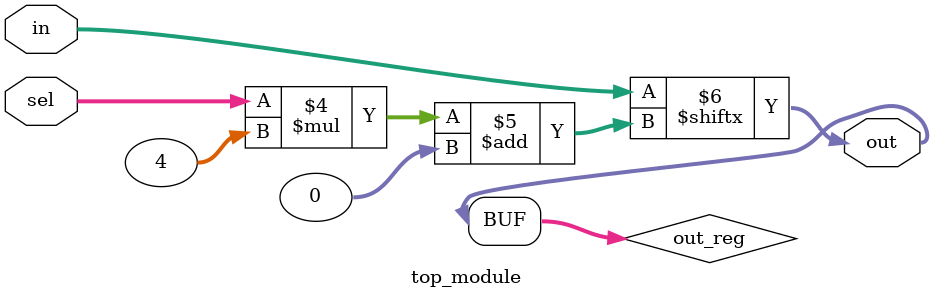
<source format=sv>
module top_module (
    input [1023:0] in,
    input [7:0] sel,
    output [3:0] out
);

    reg [3:0] out_reg;

    always @(sel) begin
        integer start_index;
        start_index = sel * 4;
        
        out_reg = in[start_index +: 4];
    end

    assign out = out_reg;

endmodule

</source>
